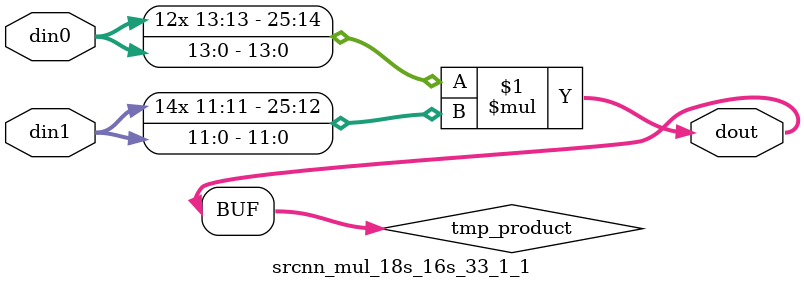
<source format=v>

`timescale 1 ns / 1 ps

  module srcnn_mul_18s_16s_33_1_1(din0, din1, dout);
parameter ID = 1;
parameter NUM_STAGE = 0;
parameter din0_WIDTH = 14;
parameter din1_WIDTH = 12;
parameter dout_WIDTH = 26;

input [din0_WIDTH - 1 : 0] din0; 
input [din1_WIDTH - 1 : 0] din1; 
output [dout_WIDTH - 1 : 0] dout;

wire signed [dout_WIDTH - 1 : 0] tmp_product;













assign tmp_product = $signed(din0) * $signed(din1);








assign dout = tmp_product;







endmodule

</source>
